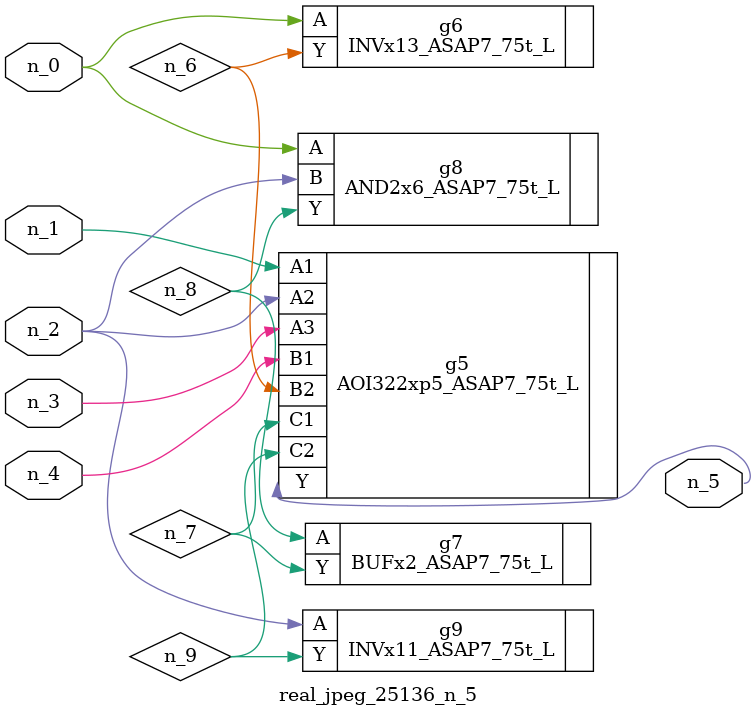
<source format=v>
module real_jpeg_25136_n_5 (n_4, n_0, n_1, n_2, n_3, n_5);

input n_4;
input n_0;
input n_1;
input n_2;
input n_3;

output n_5;

wire n_8;
wire n_6;
wire n_7;
wire n_9;

INVx13_ASAP7_75t_L g6 ( 
.A(n_0),
.Y(n_6)
);

AND2x6_ASAP7_75t_L g8 ( 
.A(n_0),
.B(n_2),
.Y(n_8)
);

AOI322xp5_ASAP7_75t_L g5 ( 
.A1(n_1),
.A2(n_2),
.A3(n_3),
.B1(n_4),
.B2(n_6),
.C1(n_7),
.C2(n_9),
.Y(n_5)
);

INVx11_ASAP7_75t_L g9 ( 
.A(n_2),
.Y(n_9)
);

BUFx2_ASAP7_75t_L g7 ( 
.A(n_8),
.Y(n_7)
);


endmodule
</source>
